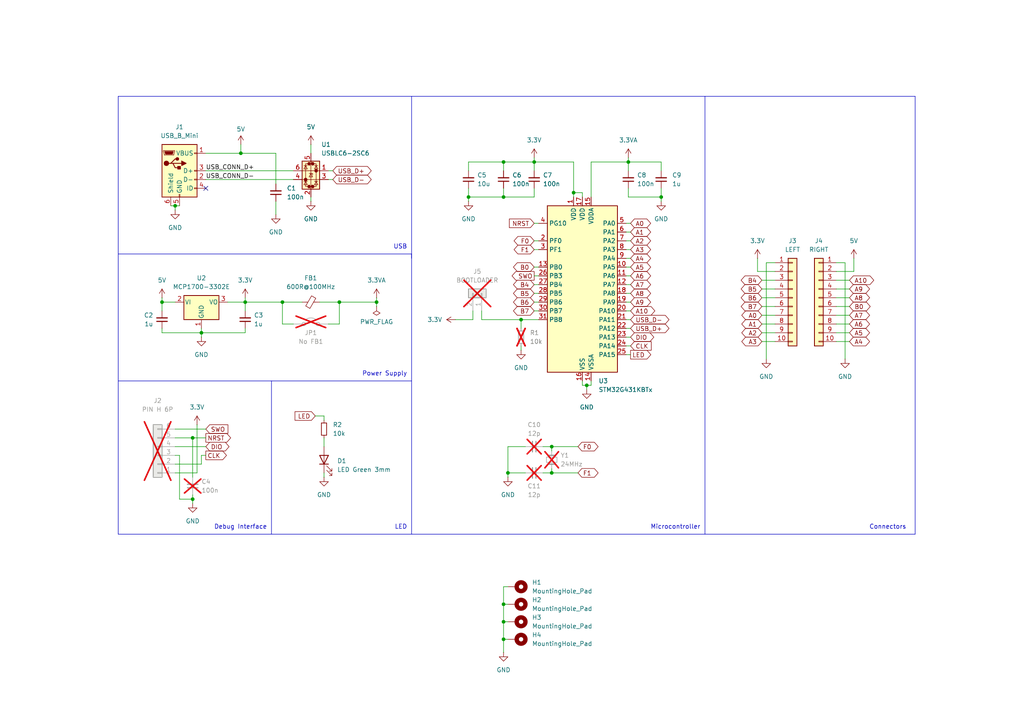
<source format=kicad_sch>
(kicad_sch (version 20250114) (generator "eeschema") (generator_version "9.0")
  (paper "A4")
  (title_block (title "stm32g4-usbd-devboard") (date "2025-04-12") (rev "20250412") (comment 3 "Released under CERN Open Hardware Licence Version 2 - Strongly Reciprocal") (comment 4 "Designed by: Rafael G. Martins"))
  (lib_symbols
    (symbol "Connector:USB_B_Mini" (pin_names (offset 1.016))
      (property "Reference" "J" (at -5.08 11.43 0))
      (property "Value" "USB_B_Mini" (at -5.08 8.89 0))
      (symbol "USB_B_Mini_0_1"
        (rectangle (start -5.08 -7.62) (end 5.08 7.62) (stroke (width 0.254)) (fill (type background)))
        (polyline (pts (xy -4.699 5.842) (xy -4.699 5.588) (xy -4.445 4.826) (xy -4.445 4.572) (xy -1.651 4.572) (xy -1.651 4.826) (xy -1.397 5.588) (xy -1.397 5.842) (xy -4.699 5.842)))
        (polyline (pts (xy -4.318 5.588) (xy -1.778 5.588) (xy -2.032 4.826) (xy -4.064 4.826) (xy -4.318 5.588)) (fill (type outline)))
        (circle (center -3.81 2.159) (radius 0.635) (stroke (width 0.254)) (fill (type outline)))
        (polyline (pts (xy -3.175 2.159) (xy -2.54 2.159) (xy -1.27 3.429) (xy -0.635 3.429)) (stroke (width 0.254)))
        (polyline (pts (xy -2.54 2.159) (xy -1.905 2.159) (xy -1.27 0.889) (xy 0 0.889)) (stroke (width 0.254)))
        (polyline (pts (xy -1.905 2.159) (xy 0.635 2.159)) (stroke (width 0.254)))
        (circle (center -0.635 3.429) (radius 0.381) (stroke (width 0.254)) (fill (type outline)))
        (rectangle (start -0.127 -7.62) (end 0.127 -6.858))
        (rectangle (start 0.254 1.27) (end -0.508 0.508) (stroke (width 0.254)) (fill (type outline)))
        (polyline (pts (xy 0.635 2.794) (xy 0.635 1.524) (xy 1.905 2.159) (xy 0.635 2.794)) (stroke (width 0.254)) (fill (type outline)))
        (rectangle (start 5.08 4.953) (end 4.318 5.207))
        (rectangle (start 5.08 -0.127) (end 4.318 0.127))
        (rectangle (start 5.08 -2.667) (end 4.318 -2.413))
        (rectangle (start 5.08 -5.207) (end 4.318 -4.953))
      )
      (symbol "USB_B_Mini_1_1"
        (pin passive line (at -2.54 -10.16 90) (length 2.54) (name "Shield") (number "6"))
        (pin power_out line (at 0 -10.16 90) (length 2.54) (name "GND") (number "5"))
        (pin power_out line (at 7.62 5.08 180) (length 2.54) (name "VBUS") (number "1"))
        (pin bidirectional line (at 7.62 0 180) (length 2.54) (name "D+") (number "3"))
        (pin bidirectional line (at 7.62 -2.54 180) (length 2.54) (name "D-") (number "2"))
        (pin passive line (at 7.62 -5.08 180) (length 2.54) (name "ID") (number "4"))
      )
    )
    (symbol "Connector_Generic:Conn_01x02" (pin_names (offset 1.016) (hide yes))
      (property "Reference" "J" (at 0 2.54 0))
      (property "Value" "Conn_01x02" (at 0 -5.08 0))
      (symbol "Conn_01x02_1_1"
        (rectangle (start -1.27 1.27) (end 1.27 -3.81) (stroke (width 0.254)) (fill (type background)))
        (rectangle (start -1.27 0.127) (end 0 -0.127) (stroke (width 0.1524)))
        (rectangle (start -1.27 -2.413) (end 0 -2.667) (stroke (width 0.1524)))
        (pin passive line (at -5.08 0 0) (length 3.81) (name "Pin_1") (number "1"))
        (pin passive line (at -5.08 -2.54 0) (length 3.81) (name "Pin_2") (number "2"))
      )
    )
    (symbol "Connector_Generic:Conn_01x06" (pin_names (offset 1.016) (hide yes))
      (property "Reference" "J" (at 0 7.62 0))
      (property "Value" "Conn_01x06" (at 0 -10.16 0))
      (symbol "Conn_01x06_1_1"
        (rectangle (start -1.27 6.35) (end 1.27 -8.89) (stroke (width 0.254)) (fill (type background)))
        (rectangle (start -1.27 5.207) (end 0 4.953) (stroke (width 0.1524)))
        (rectangle (start -1.27 2.667) (end 0 2.413) (stroke (width 0.1524)))
        (rectangle (start -1.27 0.127) (end 0 -0.127) (stroke (width 0.1524)))
        (rectangle (start -1.27 -2.413) (end 0 -2.667) (stroke (width 0.1524)))
        (rectangle (start -1.27 -4.953) (end 0 -5.207) (stroke (width 0.1524)))
        (rectangle (start -1.27 -7.493) (end 0 -7.747) (stroke (width 0.1524)))
        (pin passive line (at -5.08 5.08 0) (length 3.81) (name "Pin_1") (number "1"))
        (pin passive line (at -5.08 2.54 0) (length 3.81) (name "Pin_2") (number "2"))
        (pin passive line (at -5.08 0 0) (length 3.81) (name "Pin_3") (number "3"))
        (pin passive line (at -5.08 -2.54 0) (length 3.81) (name "Pin_4") (number "4"))
        (pin passive line (at -5.08 -5.08 0) (length 3.81) (name "Pin_5") (number "5"))
        (pin passive line (at -5.08 -7.62 0) (length 3.81) (name "Pin_6") (number "6"))
      )
    )
    (symbol "Connector_Generic:Conn_01x10" (pin_names (offset 1.016) (hide yes))
      (property "Reference" "J" (at 0 12.7 0))
      (property "Value" "Conn_01x10" (at 0 -15.24 0))
      (symbol "Conn_01x10_1_1"
        (rectangle (start -1.27 11.43) (end 1.27 -13.97) (stroke (width 0.254)) (fill (type background)))
        (rectangle (start -1.27 10.287) (end 0 10.033) (stroke (width 0.1524)))
        (rectangle (start -1.27 7.747) (end 0 7.493) (stroke (width 0.1524)))
        (rectangle (start -1.27 5.207) (end 0 4.953) (stroke (width 0.1524)))
        (rectangle (start -1.27 2.667) (end 0 2.413) (stroke (width 0.1524)))
        (rectangle (start -1.27 0.127) (end 0 -0.127) (stroke (width 0.1524)))
        (rectangle (start -1.27 -2.413) (end 0 -2.667) (stroke (width 0.1524)))
        (rectangle (start -1.27 -4.953) (end 0 -5.207) (stroke (width 0.1524)))
        (rectangle (start -1.27 -7.493) (end 0 -7.747) (stroke (width 0.1524)))
        (rectangle (start -1.27 -10.033) (end 0 -10.287) (stroke (width 0.1524)))
        (rectangle (start -1.27 -12.573) (end 0 -12.827) (stroke (width 0.1524)))
        (pin passive line (at -5.08 10.16 0) (length 3.81) (name "Pin_1") (number "1"))
        (pin passive line (at -5.08 7.62 0) (length 3.81) (name "Pin_2") (number "2"))
        (pin passive line (at -5.08 5.08 0) (length 3.81) (name "Pin_3") (number "3"))
        (pin passive line (at -5.08 2.54 0) (length 3.81) (name "Pin_4") (number "4"))
        (pin passive line (at -5.08 0 0) (length 3.81) (name "Pin_5") (number "5"))
        (pin passive line (at -5.08 -2.54 0) (length 3.81) (name "Pin_6") (number "6"))
        (pin passive line (at -5.08 -5.08 0) (length 3.81) (name "Pin_7") (number "7"))
        (pin passive line (at -5.08 -7.62 0) (length 3.81) (name "Pin_8") (number "8"))
        (pin passive line (at -5.08 -10.16 0) (length 3.81) (name "Pin_9") (number "9"))
        (pin passive line (at -5.08 -12.7 0) (length 3.81) (name "Pin_10") (number "10"))
      )
    )
    (symbol "Device:C_Small" (pin_numbers (hide yes)) (pin_names (offset 0.254) (hide yes))
      (property "Reference" "C" (at 0.254 1.778 0))
      (property "Value" "C_Small" (at 0.254 -2.032 0))
      (symbol "C_Small_0_1"
        (polyline (pts (xy -1.524 0.508) (xy 1.524 0.508)) (stroke (width 0.3048)))
        (polyline (pts (xy -1.524 -0.508) (xy 1.524 -0.508)) (stroke (width 0.3302)))
      )
      (symbol "C_Small_1_1"
        (pin passive line (at 0 2.54 270) (length 2.032) (name "~") (number "1"))
        (pin passive line (at 0 -2.54 90) (length 2.032) (name "~") (number "2"))
      )
    )
    (symbol "Device:Crystal_Small" (pin_numbers (hide yes)) (pin_names (offset 1.016) (hide yes))
      (property "Reference" "Y" (at 0 2.54 0))
      (property "Value" "Crystal_Small" (at 0 -2.54 0))
      (symbol "Crystal_Small_0_1"
        (polyline (pts (xy -1.27 -0.762) (xy -1.27 0.762)) (stroke (width 0.381)))
        (rectangle (start -0.762 -1.524) (end 0.762 1.524))
        (polyline (pts (xy 1.27 -0.762) (xy 1.27 0.762)) (stroke (width 0.381)))
      )
      (symbol "Crystal_Small_1_1"
        (pin passive line (at -2.54 0 0) (length 1.27) (name "1") (number "1"))
        (pin passive line (at 2.54 0 180) (length 1.27) (name "2") (number "2"))
      )
    )
    (symbol "Device:FerriteBead_Small" (pin_numbers (hide yes)) (pin_names (offset 0))
      (property "Reference" "FB" (at 1.905 1.27 0))
      (property "Value" "FerriteBead_Small" (at 1.905 -1.27 0))
      (symbol "FerriteBead_Small_0_1"
        (polyline (pts (xy -1.8288 0.2794) (xy -1.1176 1.4986) (xy 1.8288 -0.2032) (xy 1.1176 -1.4224) (xy -1.8288 0.2794)))
        (polyline (pts (xy 0 0.889) (xy 0 1.2954)))
        (polyline (pts (xy 0 -1.27) (xy 0 -0.7874)))
      )
      (symbol "FerriteBead_Small_1_1"
        (pin passive line (at 0 2.54 270) (length 1.27) (name "~") (number "1"))
        (pin passive line (at 0 -2.54 90) (length 1.27) (name "~") (number "2"))
      )
    )
    (symbol "Device:LED" (pin_numbers (hide yes)) (pin_names (offset 1.016) (hide yes))
      (property "Reference" "D" (at 0 2.54 0))
      (property "Value" "LED" (at 0 -2.54 0))
      (symbol "LED_0_1"
        (polyline (pts (xy -3.048 -0.762) (xy -4.572 -2.286) (xy -3.81 -2.286) (xy -4.572 -2.286) (xy -4.572 -1.524)))
        (polyline (pts (xy -1.778 -0.762) (xy -3.302 -2.286) (xy -2.54 -2.286) (xy -3.302 -2.286) (xy -3.302 -1.524)))
        (polyline (pts (xy -1.27 0) (xy 1.27 0)))
        (polyline (pts (xy -1.27 -1.27) (xy -1.27 1.27)) (stroke (width 0.254)))
        (polyline (pts (xy 1.27 -1.27) (xy 1.27 1.27) (xy -1.27 0) (xy 1.27 -1.27)) (stroke (width 0.254)))
      )
      (symbol "LED_1_1"
        (pin passive line (at -3.81 0 0) (length 2.54) (name "K") (number "1"))
        (pin passive line (at 3.81 0 180) (length 2.54) (name "A") (number "2"))
      )
    )
    (symbol "Device:R_Small" (pin_numbers (hide yes)) (pin_names (offset 0.254) (hide yes))
      (property "Reference" "R" (at 0 0 90))
      (property "Value" "R_Small" (at 1.778 0 90))
      (symbol "R_Small_0_1"
        (rectangle (start -0.762 1.778) (end 0.762 -1.778) (stroke (width 0.2032)))
      )
      (symbol "R_Small_1_1"
        (pin passive line (at 0 2.54 270) (length 0.762) (name "~") (number "1"))
        (pin passive line (at 0 -2.54 90) (length 0.762) (name "~") (number "2"))
      )
    )
    (symbol "Jumper:Jumper_2_Open" (pin_numbers (hide yes)) (pin_names (offset 0) (hide yes))
      (property "Reference" "JP" (at 0 2.794 0))
      (property "Value" "Jumper_2_Open" (at 0 -2.286 0))
      (symbol "Jumper_2_Open_0_0"
        (circle (center -2.032 0) (radius 0.508))
        (circle (center 2.032 0) (radius 0.508))
      )
      (symbol "Jumper_2_Open_0_1"
        (arc (start -1.524 1.27) (mid 0 1.778) (end 1.524 1.27))
      )
      (symbol "Jumper_2_Open_1_1"
        (pin passive line (at -5.08 0 0) (length 2.54) (name "A") (number "1"))
        (pin passive line (at 5.08 0 180) (length 2.54) (name "B") (number "2"))
      )
    )
    (symbol "MCU_ST_STM32G4:STM32G431KBTx"
      (property "Reference" "U" (at -10.16 26.67 0))
      (property "Value" "STM32G431KBTx" (at 5.08 26.67 0))
      (symbol "STM32G431KBTx_0_1"
        (rectangle (start -10.16 -22.86) (end 10.16 25.4) (stroke (width 0.254)) (fill (type background)))
      )
      (symbol "STM32G431KBTx_1_1"
        (pin bidirectional line (at -12.7 20.32 0) (length 2.54) (name "PG10") (number "4"))
        (pin bidirectional line (at -12.7 15.24 0) (length 2.54) (name "PF0") (number "2"))
        (pin bidirectional line (at -12.7 12.7 0) (length 2.54) (name "PF1") (number "3"))
        (pin bidirectional line (at -12.7 7.62 0) (length 2.54) (name "PB0") (number "13"))
        (pin bidirectional line (at -12.7 5.08 0) (length 2.54) (name "PB3") (number "26"))
        (pin bidirectional line (at -12.7 2.54 0) (length 2.54) (name "PB4") (number "27"))
        (pin bidirectional line (at -12.7 0 0) (length 2.54) (name "PB5") (number "28"))
        (pin bidirectional line (at -12.7 -2.54 0) (length 2.54) (name "PB6") (number "29"))
        (pin bidirectional line (at -12.7 -5.08 0) (length 2.54) (name "PB7") (number "30"))
        (pin bidirectional line (at -12.7 -7.62 0) (length 2.54) (name "PB8") (number "31"))
        (pin power_in line (at -2.54 27.94 270) (length 2.54) (name "VDD") (number "1"))
        (pin power_in line (at 0 27.94 270) (length 2.54) (name "VDD") (number "17"))
        (pin power_in line (at 0 -25.4 90) (length 2.54) (name "VSS") (number "16"))
        (pin passive line (at 0 -25.4 90) (length 2.54) (hide yes) (name "VSS") (number "32"))
        (pin power_in line (at 2.54 27.94 270) (length 2.54) (name "VDDA") (number "15"))
        (pin power_in line (at 2.54 -25.4 90) (length 2.54) (name "VSSA") (number "14"))
        (pin bidirectional line (at 12.7 20.32 180) (length 2.54) (name "PA0") (number "5"))
        (pin bidirectional line (at 12.7 17.78 180) (length 2.54) (name "PA1") (number "6"))
        (pin bidirectional line (at 12.7 15.24 180) (length 2.54) (name "PA2") (number "7"))
        (pin bidirectional line (at 12.7 12.7 180) (length 2.54) (name "PA3") (number "8"))
        (pin bidirectional line (at 12.7 10.16 180) (length 2.54) (name "PA4") (number "9"))
        (pin bidirectional line (at 12.7 7.62 180) (length 2.54) (name "PA5") (number "10"))
        (pin bidirectional line (at 12.7 5.08 180) (length 2.54) (name "PA6") (number "11"))
        (pin bidirectional line (at 12.7 2.54 180) (length 2.54) (name "PA7") (number "12"))
        (pin bidirectional line (at 12.7 0 180) (length 2.54) (name "PA8") (number "18"))
        (pin bidirectional line (at 12.7 -2.54 180) (length 2.54) (name "PA9") (number "19"))
        (pin bidirectional line (at 12.7 -5.08 180) (length 2.54) (name "PA10") (number "20"))
        (pin bidirectional line (at 12.7 -7.62 180) (length 2.54) (name "PA11") (number "21"))
        (pin bidirectional line (at 12.7 -10.16 180) (length 2.54) (name "PA12") (number "22"))
        (pin bidirectional line (at 12.7 -12.7 180) (length 2.54) (name "PA13") (number "23"))
        (pin bidirectional line (at 12.7 -15.24 180) (length 2.54) (name "PA14") (number "24"))
        (pin bidirectional line (at 12.7 -17.78 180) (length 2.54) (name "PA15") (number "25"))
      )
    )
    (symbol "Mechanical:MountingHole_Pad" (pin_numbers (hide yes)) (pin_names (offset 1.016) (hide yes)) (in_bom no)
      (property "Reference" "H" (at 0 6.35 0))
      (property "Value" "MountingHole_Pad" (at 0 4.445 0))
      (symbol "MountingHole_Pad_0_1"
        (circle (center 0 1.27) (radius 1.27) (stroke (width 1.27)))
      )
      (symbol "MountingHole_Pad_1_1"
        (pin input line (at 0 -2.54 90) (length 2.54) (name "1") (number "1"))
      )
    )
    (symbol "Power_Protection:USBLC6-2SC6" (pin_names (hide yes))
      (property "Reference" "U" (at 0.635 5.715 0))
      (property "Value" "USBLC6-2SC6" (at 0.635 3.81 0))
      (symbol "USBLC6-2SC6_0_0"
        (circle (center -1.524 0) (radius 0.0001) (stroke (width 0.508)))
        (circle (center -0.508 2.032) (radius 0.0001) (stroke (width 0.508)))
        (circle (center -0.508 -4.572) (radius 0.0001) (stroke (width 0.508)))
        (circle (center 0.508 2.032) (radius 0.0001) (stroke (width 0.508)))
        (circle (center 0.508 -4.572) (radius 0.0001) (stroke (width 0.508)))
        (circle (center 1.524 -2.54) (radius 0.0001) (stroke (width 0.508)))
      )
      (symbol "USBLC6-2SC6_0_1"
        (polyline (pts (xy -2.54 0) (xy 2.54 0)))
        (polyline (pts (xy -2.54 -2.54) (xy 2.54 -2.54)))
        (polyline (pts (xy -2.032 0.508) (xy -1.016 0.508) (xy -1.524 1.524) (xy -2.032 0.508)))
        (polyline (pts (xy -2.032 -3.048) (xy -1.016 -3.048)))
        (polyline (pts (xy -1.016 1.524) (xy -2.032 1.524)))
        (polyline (pts (xy -1.016 -4.064) (xy -2.032 -4.064) (xy -1.524 -3.048) (xy -1.016 -4.064)))
        (polyline (pts (xy -0.508 -1.143) (xy -0.508 -0.762) (xy 0.508 -0.762)))
        (polyline (pts (xy 0 2.54) (xy -0.508 2.032) (xy 0.508 2.032) (xy 0 1.524) (xy 0 -4.064) (xy -0.508 -4.572) (xy 0.508 -4.572) (xy 0 -5.08)))
        (polyline (pts (xy 0.508 -1.778) (xy -0.508 -1.778) (xy 0 -0.762) (xy 0.508 -1.778)))
        (polyline (pts (xy 1.016 1.524) (xy 2.032 1.524)))
        (polyline (pts (xy 1.016 -3.048) (xy 2.032 -3.048)))
        (polyline (pts (xy 2.032 0.508) (xy 1.016 0.508) (xy 1.524 1.524) (xy 2.032 0.508)))
        (polyline (pts (xy 2.032 -4.064) (xy 1.016 -4.064) (xy 1.524 -3.048) (xy 2.032 -4.064)))
      )
      (symbol "USBLC6-2SC6_1_1"
        (rectangle (start -2.54 2.794) (end 2.54 -5.334) (stroke (width 0.254)) (fill (type background)))
        (polyline (pts (xy -0.508 2.032) (xy -1.524 2.032) (xy -1.524 -4.572) (xy -0.508 -4.572)))
        (polyline (pts (xy 0.508 -4.572) (xy 1.524 -4.572) (xy 1.524 2.032) (xy 0.508 2.032)))
        (pin passive line (at -5.08 0 0) (length 2.54) (name "I/O1") (number "1"))
        (pin passive line (at -5.08 -2.54 0) (length 2.54) (name "I/O2") (number "3"))
        (pin passive line (at 0 5.08 270) (length 2.54) (name "VBUS") (number "5"))
        (pin passive line (at 0 -7.62 90) (length 2.54) (name "GND") (number "2"))
        (pin passive line (at 5.08 0 180) (length 2.54) (name "I/O1") (number "6"))
        (pin passive line (at 5.08 -2.54 180) (length 2.54) (name "I/O2") (number "4"))
      )
    )
    (symbol "Regulator_Linear:MCP1700x-330xxTO" (pin_names (offset 0.254))
      (property "Reference" "U" (at -3.81 -3.175 0))
      (property "Value" "MCP1700x-330xxTO" (at 0 -3.175 0))
      (symbol "MCP1700x-330xxTO_0_1"
        (rectangle (start -5.08 5.08) (end 5.08 -1.905) (stroke (width 0.254)) (fill (type background)))
      )
      (symbol "MCP1700x-330xxTO_1_1"
        (pin power_in line (at -7.62 0 0) (length 2.54) (name "VI") (number "2"))
        (pin power_in line (at 0 7.62 270) (length 2.54) (name "GND") (number "1"))
        (pin power_out line (at 7.62 0 180) (length 2.54) (name "VO") (number "3"))
      )
    )
    (symbol "power:+3.3V" (power) (pin_numbers (hide yes)) (pin_names (offset 0) (hide yes))
      (property "Value" "+3.3V" (at 0 3.556 0))
      (symbol "+3.3V_0_1"
        (polyline (pts (xy -0.762 1.27) (xy 0 2.54)))
        (polyline (pts (xy 0 2.54) (xy 0.762 1.27)))
        (polyline (pts (xy 0 0) (xy 0 2.54)))
      )
      (symbol "+3.3V_1_1"
        (pin power_in line (at 0 0 90) (length 0) (name "~") (number "1"))
      )
    )
    (symbol "power:+3.3VA" (power) (pin_numbers (hide yes)) (pin_names (offset 0) (hide yes))
      (property "Value" "+3.3VA" (at 0 3.556 0))
      (symbol "+3.3VA_0_1"
        (polyline (pts (xy -0.762 1.27) (xy 0 2.54)))
        (polyline (pts (xy 0 2.54) (xy 0.762 1.27)))
        (polyline (pts (xy 0 0) (xy 0 2.54)))
      )
      (symbol "+3.3VA_1_1"
        (pin power_in line (at 0 0 90) (length 0) (name "~") (number "1"))
      )
    )
    (symbol "power:+5V" (power) (pin_numbers (hide yes)) (pin_names (offset 0) (hide yes))
      (property "Value" "+5V" (at 0 3.556 0))
      (symbol "+5V_0_1"
        (polyline (pts (xy -0.762 1.27) (xy 0 2.54)))
        (polyline (pts (xy 0 2.54) (xy 0.762 1.27)))
        (polyline (pts (xy 0 0) (xy 0 2.54)))
      )
      (symbol "+5V_1_1"
        (pin power_in line (at 0 0 90) (length 0) (name "~") (number "1"))
      )
    )
    (symbol "power:GND" (power) (pin_numbers (hide yes)) (pin_names (offset 0) (hide yes))
      (property "Value" "GND" (at 0 -3.81 0))
      (symbol "GND_0_1"
        (polyline (pts (xy 0 0) (xy 0 -1.27) (xy 1.27 -1.27) (xy 0 -2.54) (xy -1.27 -1.27) (xy 0 -1.27)))
      )
      (symbol "GND_1_1"
        (pin power_in line (at 0 0 270) (length 0) (name "~") (number "1"))
      )
    )
    (symbol "power:PWR_FLAG" (power) (pin_numbers (hide yes)) (pin_names (offset 0) (hide yes))
      (property "Value" "PWR_FLAG" (at 0 3.81 0))
      (symbol "PWR_FLAG_0_0"
        (pin power_out line (at 0 0 90) (length 0) (name "~") (number "1"))
      )
      (symbol "PWR_FLAG_0_1"
        (polyline (pts (xy 0 0) (xy 0 1.27) (xy -1.016 1.905) (xy 0 2.54) (xy 1.016 1.905) (xy 0 1.27)))
      )
    )
  )
  (text "Debug Interface" (at 77.47 153.67 0) (effects (font (size 1.27 1.27)) (justify right bottom)))
  (text "LED" (at 118.11 153.67 0) (effects (font (size 1.27 1.27)) (justify right bottom)))
  (text "Microcontroller" (at 203.2 153.67 0) (effects (font (size 1.27 1.27)) (justify right bottom)))
  (text "Connectors" (at 262.89 153.67 0) (effects (font (size 1.27 1.27)) (justify right bottom)))
  (text "Power Supply" (at 118.11 109.22 0) (effects (font (size 1.27 1.27)) (justify right bottom)))
  (text "USB" (at 118.11 72.39 0) (effects (font (size 1.27 1.27)) (justify right bottom)))
  (junction (at 55.88 144.78))
  (junction (at 160.02 129.54))
  (junction (at 146.05 180.34))
  (junction (at 160.02 137.16))
  (junction (at 146.05 185.42))
  (junction (at 154.94 46.99))
  (junction (at 81.915 87.63))
  (junction (at 146.05 57.15))
  (junction (at 135.89 57.15))
  (junction (at 182.245 46.99))
  (junction (at 166.37 55.88))
  (junction (at 170.18 111.76))
  (junction (at 191.77 57.15))
  (junction (at 50.8 59.69))
  (junction (at 69.85 44.45))
  (junction (at 58.42 96.52))
  (junction (at 146.05 46.99))
  (junction (at 147.32 137.16))
  (junction (at 71.12 87.63))
  (junction (at 46.99 87.63))
  (junction (at 109.22 87.63))
  (junction (at 146.05 175.26))
  (junction (at 55.88 127))
  (junction (at 98.425 87.63))
  (junction (at 151.13 92.71))
  (no_connect (at 59.69 54.61))
  (wire (pts (xy 139.7 92.71) (xy 151.13 92.71)))
  (wire (pts (xy 219.71 74.93) (xy 219.71 78.74)))
  (wire (pts (xy 181.61 85.09) (xy 182.88 85.09)))
  (wire (pts (xy 85.09 93.98) (xy 81.915 93.98)))
  (wire (pts (xy 58.42 134.62) (xy 58.42 132.08)))
  (wire (pts (xy 58.42 132.08) (xy 59.69 132.08)))
  (wire (pts (xy 220.98 88.9) (xy 224.79 88.9)))
  (wire (pts (xy 147.32 137.16) (xy 147.32 129.54)))
  (wire (pts (xy 181.61 82.55) (xy 182.88 82.55)))
  (wire (pts (xy 146.05 175.26) (xy 147.32 175.26)))
  (wire (pts (xy 170.18 111.76) (xy 171.45 111.76)))
  (wire (pts (xy 242.57 99.06) (xy 246.38 99.06)))
  (wire (pts (xy 50.8 137.16) (xy 57.15 137.16)))
  (wire (pts (xy 59.69 44.45) (xy 69.85 44.45)))
  (wire (pts (xy 171.45 57.15) (xy 171.45 46.99)))
  (wire (pts (xy 157.48 137.16) (xy 160.02 137.16)))
  (wire (pts (xy 146.05 46.99) (xy 154.94 46.99)))
  (wire (pts (xy 146.05 185.42) (xy 146.05 189.23)))
  (wire (pts (xy 154.94 72.39) (xy 156.21 72.39)))
  (wire (pts (xy 182.245 54.61) (xy 182.245 57.15)))
  (wire (pts (xy 81.915 87.63) (xy 87.63 87.63)))
  (wire (pts (xy 245.11 76.2) (xy 245.11 104.14)))
  (wire (pts (xy 46.99 87.63) (xy 50.8 87.63)))
  (wire (pts (xy 181.61 95.25) (xy 182.88 95.25)))
  (wire (pts (xy 146.05 185.42) (xy 147.32 185.42)))
  (wire (pts (xy 151.13 100.33) (xy 151.13 101.6)))
  (wire (pts (xy 219.71 78.74) (xy 224.79 78.74)))
  (polyline (pts (xy 34.29 27.94) (xy 34.29 154.94)))
  (wire (pts (xy 154.94 69.85) (xy 156.21 69.85)))
  (wire (pts (xy 93.98 137.16) (xy 93.98 138.43)))
  (polyline (pts (xy 34.29 110.49) (xy 119.38 110.49)))
  (wire (pts (xy 69.85 44.45) (xy 80.01 44.45)))
  (wire (pts (xy 92.71 87.63) (xy 98.425 87.63)))
  (wire (pts (xy 71.12 87.63) (xy 71.12 90.17)))
  (wire (pts (xy 160.02 137.16) (xy 167.64 137.16)))
  (wire (pts (xy 55.88 127) (xy 59.69 127)))
  (wire (pts (xy 242.57 86.36) (xy 246.38 86.36)))
  (wire (pts (xy 55.88 144.78) (xy 55.88 143.51)))
  (wire (pts (xy 109.22 87.63) (xy 109.22 88.9)))
  (wire (pts (xy 98.425 93.98) (xy 98.425 87.63)))
  (wire (pts (xy 147.32 170.18) (xy 146.05 170.18)))
  (wire (pts (xy 191.77 49.53) (xy 191.77 46.99)))
  (wire (pts (xy 46.99 86.36) (xy 46.99 87.63)))
  (wire (pts (xy 222.25 76.2) (xy 222.25 104.14)))
  (wire (pts (xy 139.7 90.17) (xy 139.7 92.71)))
  (wire (pts (xy 147.32 137.16) (xy 152.4 137.16)))
  (wire (pts (xy 154.94 82.55) (xy 156.21 82.55)))
  (wire (pts (xy 58.42 96.52) (xy 58.42 97.79)))
  (wire (pts (xy 109.22 87.63) (xy 109.22 86.36)))
  (polyline (pts (xy 204.47 27.94) (xy 265.43 27.94)))
  (wire (pts (xy 154.94 46.99) (xy 154.94 49.53)))
  (wire (pts (xy 182.245 46.99) (xy 191.77 46.99)))
  (wire (pts (xy 90.17 57.15) (xy 90.17 58.42)))
  (wire (pts (xy 135.89 58.42) (xy 135.89 57.15)))
  (wire (pts (xy 171.45 111.76) (xy 171.45 110.49)))
  (wire (pts (xy 157.48 129.54) (xy 160.02 129.54)))
  (wire (pts (xy 154.94 54.61) (xy 154.94 57.15)))
  (wire (pts (xy 182.245 46.99) (xy 182.245 49.53)))
  (wire (pts (xy 95.25 49.53) (xy 96.52 49.53)))
  (wire (pts (xy 95.25 93.98) (xy 98.425 93.98)))
  (wire (pts (xy 146.05 175.26) (xy 146.05 180.34)))
  (wire (pts (xy 160.02 129.54) (xy 160.02 130.81)))
  (wire (pts (xy 181.61 77.47) (xy 182.88 77.47)))
  (wire (pts (xy 93.98 120.65) (xy 93.98 121.92)))
  (wire (pts (xy 182.245 45.72) (xy 182.245 46.99)))
  (wire (pts (xy 71.12 86.36) (xy 71.12 87.63)))
  (wire (pts (xy 55.88 138.43) (xy 55.88 127)))
  (polyline (pts (xy 265.43 154.94) (xy 204.47 154.94)))
  (wire (pts (xy 220.98 86.36) (xy 224.79 86.36)))
  (wire (pts (xy 168.91 55.88) (xy 168.91 57.15)))
  (wire (pts (xy 220.98 81.28) (xy 224.79 81.28)))
  (wire (pts (xy 50.8 124.46) (xy 59.69 124.46)))
  (polyline (pts (xy 204.47 27.94) (xy 204.47 154.94)))
  (wire (pts (xy 95.25 52.07) (xy 96.52 52.07)))
  (wire (pts (xy 181.61 87.63) (xy 182.88 87.63)))
  (wire (pts (xy 80.01 58.42) (xy 80.01 62.23)))
  (wire (pts (xy 160.02 129.54) (xy 167.64 129.54)))
  (wire (pts (xy 154.94 87.63) (xy 156.21 87.63)))
  (wire (pts (xy 181.61 80.01) (xy 182.88 80.01)))
  (wire (pts (xy 50.8 59.69) (xy 50.8 60.96)))
  (wire (pts (xy 52.07 144.78) (xy 55.88 144.78)))
  (wire (pts (xy 93.98 127) (xy 93.98 129.54)))
  (wire (pts (xy 181.61 100.33) (xy 182.88 100.33)))
  (wire (pts (xy 135.89 57.15) (xy 146.05 57.15)))
  (wire (pts (xy 182.245 57.15) (xy 191.77 57.15)))
  (wire (pts (xy 132.08 92.71) (xy 137.16 92.71)))
  (wire (pts (xy 81.915 93.98) (xy 81.915 87.63)))
  (wire (pts (xy 59.69 52.07) (xy 85.09 52.07)))
  (wire (pts (xy 146.05 180.34) (xy 146.05 185.42)))
  (wire (pts (xy 58.42 95.25) (xy 58.42 96.52)))
  (wire (pts (xy 137.16 92.71) (xy 137.16 90.17)))
  (wire (pts (xy 242.57 93.98) (xy 246.38 93.98)))
  (wire (pts (xy 181.61 97.79) (xy 182.88 97.79)))
  (wire (pts (xy 242.57 96.52) (xy 246.38 96.52)))
  (wire (pts (xy 220.98 96.52) (xy 224.79 96.52)))
  (wire (pts (xy 146.05 57.15) (xy 154.94 57.15)))
  (wire (pts (xy 222.25 76.2) (xy 224.79 76.2)))
  (wire (pts (xy 247.65 74.93) (xy 247.65 78.74)))
  (polyline (pts (xy 265.43 27.94) (xy 265.43 154.94)))
  (wire (pts (xy 168.91 111.76) (xy 170.18 111.76)))
  (wire (pts (xy 220.98 99.06) (xy 224.79 99.06)))
  (wire (pts (xy 55.88 144.78) (xy 55.88 146.05)))
  (wire (pts (xy 170.18 111.76) (xy 170.18 113.03)))
  (wire (pts (xy 154.94 85.09) (xy 156.21 85.09)))
  (wire (pts (xy 80.01 44.45) (xy 80.01 53.34)))
  (wire (pts (xy 154.94 77.47) (xy 156.21 77.47)))
  (wire (pts (xy 151.13 92.71) (xy 151.13 95.25)))
  (wire (pts (xy 242.57 78.74) (xy 247.65 78.74)))
  (wire (pts (xy 160.02 135.89) (xy 160.02 137.16)))
  (wire (pts (xy 191.77 54.61) (xy 191.77 57.15)))
  (wire (pts (xy 55.88 127) (xy 50.8 127)))
  (wire (pts (xy 135.89 46.99) (xy 146.05 46.99)))
  (wire (pts (xy 181.61 92.71) (xy 182.88 92.71)))
  (wire (pts (xy 242.57 91.44) (xy 246.38 91.44)))
  (wire (pts (xy 154.94 45.72) (xy 154.94 46.99)))
  (wire (pts (xy 146.05 180.34) (xy 147.32 180.34)))
  (wire (pts (xy 135.89 46.99) (xy 135.89 49.53)))
  (wire (pts (xy 166.37 57.15) (xy 166.37 55.88)))
  (wire (pts (xy 166.37 46.99) (xy 166.37 55.88)))
  (wire (pts (xy 52.07 132.08) (xy 52.07 144.78)))
  (polyline (pts (xy 204.47 154.94) (xy 34.29 154.94)))
  (wire (pts (xy 154.94 46.99) (xy 166.37 46.99)))
  (wire (pts (xy 154.94 90.17) (xy 156.21 90.17)))
  (wire (pts (xy 220.98 83.82) (xy 224.79 83.82)))
  (wire (pts (xy 181.61 74.93) (xy 182.88 74.93)))
  (wire (pts (xy 59.69 49.53) (xy 85.09 49.53)))
  (wire (pts (xy 146.05 170.18) (xy 146.05 175.26)))
  (wire (pts (xy 71.12 87.63) (xy 81.915 87.63)))
  (wire (pts (xy 50.8 134.62) (xy 58.42 134.62)))
  (wire (pts (xy 135.89 54.61) (xy 135.89 57.15)))
  (wire (pts (xy 146.05 54.61) (xy 146.05 57.15)))
  (wire (pts (xy 58.42 96.52) (xy 71.12 96.52)))
  (wire (pts (xy 50.8 129.54) (xy 59.69 129.54)))
  (wire (pts (xy 191.77 57.15) (xy 191.77 58.42)))
  (wire (pts (xy 46.99 95.25) (xy 46.99 96.52)))
  (wire (pts (xy 242.57 83.82) (xy 246.38 83.82)))
  (wire (pts (xy 49.53 59.69) (xy 50.8 59.69)))
  (wire (pts (xy 181.61 72.39) (xy 182.88 72.39)))
  (wire (pts (xy 220.98 93.98) (xy 224.79 93.98)))
  (wire (pts (xy 242.57 81.28) (xy 246.38 81.28)))
  (wire (pts (xy 147.32 138.43) (xy 147.32 137.16)))
  (wire (pts (xy 156.21 92.71) (xy 151.13 92.71)))
  (polyline (pts (xy 34.29 27.94) (xy 204.47 27.94)))
  (wire (pts (xy 91.44 120.65) (xy 93.98 120.65)))
  (wire (pts (xy 50.8 59.69) (xy 52.07 59.69)))
  (wire (pts (xy 220.98 91.44) (xy 224.79 91.44)))
  (wire (pts (xy 50.8 132.08) (xy 52.07 132.08)))
  (wire (pts (xy 168.91 110.49) (xy 168.91 111.76)))
  (polyline (pts (xy 119.38 73.66) (xy 119.38 74.93)))
  (polyline (pts (xy 78.74 110.49) (xy 78.74 154.94)))
  (wire (pts (xy 181.61 102.87) (xy 182.88 102.87)))
  (wire (pts (xy 181.61 64.77) (xy 182.88 64.77)))
  (wire (pts (xy 57.15 123.19) (xy 57.15 137.16)))
  (wire (pts (xy 245.11 76.2) (xy 242.57 76.2)))
  (wire (pts (xy 46.99 96.52) (xy 58.42 96.52)))
  (wire (pts (xy 242.57 88.9) (xy 246.38 88.9)))
  (wire (pts (xy 166.37 55.88) (xy 168.91 55.88)))
  (wire (pts (xy 154.94 80.01) (xy 156.21 80.01)))
  (wire (pts (xy 66.04 87.63) (xy 71.12 87.63)))
  (wire (pts (xy 181.61 90.17) (xy 182.88 90.17)))
  (polyline (pts (xy 119.38 27.94) (xy 119.38 154.94)))
  (wire (pts (xy 171.45 46.99) (xy 182.245 46.99)))
  (wire (pts (xy 147.32 129.54) (xy 152.4 129.54)))
  (wire (pts (xy 69.85 41.91) (xy 69.85 44.45)))
  (wire (pts (xy 90.17 41.91) (xy 90.17 44.45)))
  (polyline (pts (xy 34.29 73.66) (xy 119.38 73.66)))
  (wire (pts (xy 181.61 67.31) (xy 182.88 67.31)))
  (wire (pts (xy 46.99 87.63) (xy 46.99 90.17)))
  (wire (pts (xy 181.61 69.85) (xy 182.88 69.85)))
  (wire (pts (xy 154.94 64.77) (xy 156.21 64.77)))
  (wire (pts (xy 98.425 87.63) (xy 109.22 87.63)))
  (wire (pts (xy 146.05 46.99) (xy 146.05 49.53)))
  (wire (pts (xy 71.12 95.25) (xy 71.12 96.52)))
  (label "USB_CONN_D-" (at 59.69 52.07 0))
  (label "USB_CONN_D+" (at 59.69 49.53 0))
  (global_label "CLK" (shape input) (at 182.88 100.33 0) (property "Intersheetrefs" "${INTERSHEET_REFS}" (effects (hide yes))))
  (global_label "F1" (shape bidirectional) (at 154.94 72.39 180) (property "Intersheetrefs" "${INTERSHEET_REFS}" (effects (hide yes))))
  (global_label "USB_D-" (shape bidirectional) (at 96.52 52.07 0) (property "Intersheetrefs" "${INTERSHEET_REFS}" (effects (hide yes))))
  (global_label "B4" (shape bidirectional) (at 220.98 81.28 180) (property "Intersheetrefs" "${INTERSHEET_REFS}" (effects (hide yes))))
  (global_label "A2" (shape bidirectional) (at 220.98 96.52 180) (property "Intersheetrefs" "${INTERSHEET_REFS}" (effects (hide yes))))
  (global_label "B7" (shape bidirectional) (at 154.94 90.17 180) (property "Intersheetrefs" "${INTERSHEET_REFS}" (effects (hide yes))))
  (global_label "A1" (shape bidirectional) (at 220.98 93.98 180) (property "Intersheetrefs" "${INTERSHEET_REFS}" (effects (hide yes))))
  (global_label "USB_D-" (shape bidirectional) (at 182.88 92.71 0) (property "Intersheetrefs" "${INTERSHEET_REFS}" (effects (hide yes))))
  (global_label "A8" (shape bidirectional) (at 246.38 86.36 0) (property "Intersheetrefs" "${INTERSHEET_REFS}" (effects (hide yes))))
  (global_label "DIO" (shape bidirectional) (at 59.69 129.54 0) (property "Intersheetrefs" "${INTERSHEET_REFS}" (effects (hide yes))))
  (global_label "NRST" (shape output) (at 59.69 127 0) (property "Intersheetrefs" "${INTERSHEET_REFS}" (effects (hide yes))))
  (global_label "F1" (shape bidirectional) (at 167.64 137.16 0) (property "Intersheetrefs" "${INTERSHEET_REFS}" (effects (hide yes))))
  (global_label "LED" (shape output) (at 182.88 102.87 0) (property "Intersheetrefs" "${INTERSHEET_REFS}" (effects (hide yes))))
  (global_label "SWO" (shape input) (at 59.69 124.46 0) (property "Intersheetrefs" "${INTERSHEET_REFS}" (effects (hide yes))))
  (global_label "A0" (shape bidirectional) (at 220.98 91.44 180) (property "Intersheetrefs" "${INTERSHEET_REFS}" (effects (hide yes))))
  (global_label "A2" (shape bidirectional) (at 182.88 69.85 0) (property "Intersheetrefs" "${INTERSHEET_REFS}" (effects (hide yes))))
  (global_label "B6" (shape bidirectional) (at 154.94 87.63 180) (property "Intersheetrefs" "${INTERSHEET_REFS}" (effects (hide yes))))
  (global_label "SWO" (shape output) (at 154.94 80.01 180) (property "Intersheetrefs" "${INTERSHEET_REFS}" (effects (hide yes))))
  (global_label "DIO" (shape bidirectional) (at 182.88 97.79 0) (property "Intersheetrefs" "${INTERSHEET_REFS}" (effects (hide yes))))
  (global_label "B0" (shape bidirectional) (at 154.94 77.47 180) (property "Intersheetrefs" "${INTERSHEET_REFS}" (effects (hide yes))))
  (global_label "B0" (shape bidirectional) (at 246.38 88.9 0) (property "Intersheetrefs" "${INTERSHEET_REFS}" (effects (hide yes))))
  (global_label "A9" (shape bidirectional) (at 182.88 87.63 0) (property "Intersheetrefs" "${INTERSHEET_REFS}" (effects (hide yes))))
  (global_label "A1" (shape bidirectional) (at 182.88 67.31 0) (property "Intersheetrefs" "${INTERSHEET_REFS}" (effects (hide yes))))
  (global_label "A7" (shape bidirectional) (at 182.88 82.55 0) (property "Intersheetrefs" "${INTERSHEET_REFS}" (effects (hide yes))))
  (global_label "USB_D+" (shape bidirectional) (at 182.88 95.25 0) (property "Intersheetrefs" "${INTERSHEET_REFS}" (effects (hide yes))))
  (global_label "A8" (shape bidirectional) (at 182.88 85.09 0) (property "Intersheetrefs" "${INTERSHEET_REFS}" (effects (hide yes))))
  (global_label "A9" (shape bidirectional) (at 246.38 83.82 0) (property "Intersheetrefs" "${INTERSHEET_REFS}" (effects (hide yes))))
  (global_label "A3" (shape bidirectional) (at 220.98 99.06 180) (property "Intersheetrefs" "${INTERSHEET_REFS}" (effects (hide yes))))
  (global_label "A6" (shape bidirectional) (at 246.38 93.98 0) (property "Intersheetrefs" "${INTERSHEET_REFS}" (effects (hide yes))))
  (global_label "A4" (shape bidirectional) (at 182.88 74.93 0) (property "Intersheetrefs" "${INTERSHEET_REFS}" (effects (hide yes))))
  (global_label "NRST" (shape input) (at 154.94 64.77 180) (property "Intersheetrefs" "${INTERSHEET_REFS}" (effects (hide yes))))
  (global_label "B4" (shape bidirectional) (at 154.94 82.55 180) (property "Intersheetrefs" "${INTERSHEET_REFS}" (effects (hide yes))))
  (global_label "F0" (shape bidirectional) (at 167.64 129.54 0) (property "Intersheetrefs" "${INTERSHEET_REFS}" (effects (hide yes))))
  (global_label "B5" (shape bidirectional) (at 154.94 85.09 180) (property "Intersheetrefs" "${INTERSHEET_REFS}" (effects (hide yes))))
  (global_label "A3" (shape bidirectional) (at 182.88 72.39 0) (property "Intersheetrefs" "${INTERSHEET_REFS}" (effects (hide yes))))
  (global_label "A6" (shape bidirectional) (at 182.88 80.01 0) (property "Intersheetrefs" "${INTERSHEET_REFS}" (effects (hide yes))))
  (global_label "USB_D+" (shape bidirectional) (at 96.52 49.53 0) (property "Intersheetrefs" "${INTERSHEET_REFS}" (effects (hide yes))))
  (global_label "A5" (shape bidirectional) (at 246.38 96.52 0) (property "Intersheetrefs" "${INTERSHEET_REFS}" (effects (hide yes))))
  (global_label "F0" (shape bidirectional) (at 154.94 69.85 180) (property "Intersheetrefs" "${INTERSHEET_REFS}" (effects (hide yes))))
  (global_label "A4" (shape bidirectional) (at 246.38 99.06 0) (property "Intersheetrefs" "${INTERSHEET_REFS}" (effects (hide yes))))
  (global_label "A10" (shape bidirectional) (at 246.38 81.28 0) (property "Intersheetrefs" "${INTERSHEET_REFS}" (effects (hide yes))))
  (global_label "B5" (shape bidirectional) (at 220.98 83.82 180) (property "Intersheetrefs" "${INTERSHEET_REFS}" (effects (hide yes))))
  (global_label "CLK" (shape output) (at 59.69 132.08 0) (property "Intersheetrefs" "${INTERSHEET_REFS}" (effects (hide yes))))
  (global_label "B6" (shape bidirectional) (at 220.98 86.36 180) (property "Intersheetrefs" "${INTERSHEET_REFS}" (effects (hide yes))))
  (global_label "A5" (shape bidirectional) (at 182.88 77.47 0) (property "Intersheetrefs" "${INTERSHEET_REFS}" (effects (hide yes))))
  (global_label "A7" (shape bidirectional) (at 246.38 91.44 0) (property "Intersheetrefs" "${INTERSHEET_REFS}" (effects (hide yes))))
  (global_label "A0" (shape bidirectional) (at 182.88 64.77 0) (property "Intersheetrefs" "${INTERSHEET_REFS}" (effects (hide yes))))
  (global_label "B7" (shape bidirectional) (at 220.98 88.9 180) (property "Intersheetrefs" "${INTERSHEET_REFS}" (effects (hide yes))))
  (global_label "A10" (shape bidirectional) (at 182.88 90.17 0) (property "Intersheetrefs" "${INTERSHEET_REFS}" (effects (hide yes))))
  (global_label "LED" (shape input) (at 91.44 120.65 180) (property "Intersheetrefs" "${INTERSHEET_REFS}" (effects (hide yes))))
  (symbol (lib_id "Connector:USB_B_Mini") (at 52.07 49.53 0) (unit 1)
    (property "Reference" "J1" (at 52.07 36.83 0))
    (property "Value" "USB_B_Mini" (at 52.07 39.37 0))
    (property "Footprint" "custom:USB_Mini-B_PTH" (effects (hide yes)))
    (property "Description" "USB Mini Type B connector" (effects (hide yes)))
    (property "MPN" "GMSB0522132EU" (effects (hide yes)))
  )
  (symbol (lib_id "power:GND") (at 50.8 60.96 0) (unit 1)
    (property "Reference" "#PWR01" (effects (hide yes)))
    (property "Value" "GND" (at 50.8 66.04 0))
    (property "Description" "Power symbol creates a global label with name \"GND\" , ground" (effects (hide yes)))
  )
  (symbol (lib_id "power:GND") (at 80.01 62.23 0) (unit 1)
    (property "Reference" "#PWR07" (effects (hide yes)))
    (property "Value" "GND" (at 80.01 67.31 0))
    (property "Description" "Power symbol creates a global label with name \"GND\" , ground" (effects (hide yes)))
  )
  (symbol (lib_id "Connector_Generic:Conn_01x10") (at 237.49 86.36 0) (mirror y) (unit 1)
    (property "Reference" "J4" (at 237.49 69.85 0))
    (property "Value" "RIGHT" (at 237.49 72.39 0))
    (property "Footprint" "custom:PinHeader_DevBoard_Right_Connector_1x10_P2.54mm_Vertical" (effects (hide yes)))
    (property "Description" "Generic connector, single row, 01x10, script generated (kicad-library-utils/schlib/autogen/connector/)" (effects (hide yes)))
  )
  (symbol (lib_id "power:+3.3VA") (at 109.22 86.36 0) (unit 1)
    (property "Reference" "#PWR023" (effects (hide yes)))
    (property "Value" "3.3VA" (at 109.22 81.28 0))
    (property "Description" "Power symbol creates a global label with name \"+3.3VA\"" (effects (hide yes)))
  )
  (symbol (lib_id "Mechanical:MountingHole_Pad") (at 149.86 170.18 270) (unit 1)
    (property "Reference" "H1" (at 154.305 168.9099 90) (effects (justify left)))
    (property "Value" "MountingHole_Pad" (at 154.305 171.4499 90) (effects (justify left)))
    (property "Footprint" "MountingHole:MountingHole_2.2mm_M2_Pad_Via" (effects (hide yes)))
    (property "Description" "Mounting Hole with connection" (effects (hide yes)))
  )
  (symbol (lib_id "power:+5V") (at 69.85 41.91 0) (unit 1)
    (property "Reference" "#PWR05" (effects (hide yes)))
    (property "Value" "5V" (at 69.85 37.465 0))
    (property "Description" "Power symbol creates a global label with name \"+5V\"" (effects (hide yes)))
  )
  (symbol (lib_id "power:PWR_FLAG") (at 109.22 88.9 180) (unit 1)
    (property "Reference" "#FLG01" (effects (hide yes)))
    (property "Value" "PWR_FLAG" (at 109.22 93.345 0))
    (property "Description" "Special symbol for telling ERC where power comes from" (effects (hide yes)))
  )
  (symbol (lib_id "power:GND") (at 135.89 58.42 0) (unit 1)
    (property "Reference" "#PWR012" (effects (hide yes)))
    (property "Value" "GND" (at 135.89 63.5 0))
    (property "Description" "Power symbol creates a global label with name \"GND\" , ground" (effects (hide yes)))
  )
  (symbol (lib_id "power:+3.3V") (at 57.15 123.19 0) (unit 1)
    (property "Reference" "#PWR03" (effects (hide yes)))
    (property "Value" "3.3V" (at 57.15 118.11 0))
    (property "Description" "Power symbol creates a global label with name \"+3.3V\"" (effects (hide yes)))
  )
  (symbol (lib_id "Device:C_Small") (at 182.245 52.07 180) (unit 1)
    (property "Reference" "C8" (at 184.785 50.7936 0) (effects (justify right)))
    (property "Value" "100n" (at 184.785 53.3336 0) (effects (justify right)))
    (property "Footprint" "custom:C_TDK_FA28" (effects (hide yes)))
    (property "Description" "Unpolarized capacitor, small symbol" (effects (hide yes)))
    (property "MPN" "FA28X7R1H104KNU06" (effects (hide yes)))
  )
  (symbol (lib_id "power:+3.3V") (at 219.71 74.93 0) (unit 1)
    (property "Reference" "#PWR020" (effects (hide yes)))
    (property "Value" "3.3V" (at 219.71 69.85 0))
    (property "Description" "Power symbol creates a global label with name \"+3.3V\"" (effects (hide yes)))
  )
  (symbol (lib_id "power:GND") (at 146.05 189.23 0) (unit 1)
    (property "Reference" "#PWR014" (effects (hide yes)))
    (property "Value" "GND" (at 146.05 194.31 0))
    (property "Description" "Power symbol creates a global label with name \"GND\" , ground" (effects (hide yes)))
  )
  (symbol (lib_id "Device:C_Small") (at 55.88 140.97 180) (unit 1) (dnp yes)
    (property "Reference" "C4" (at 58.42 139.6935 0) (effects (justify right)))
    (property "Value" "100n" (at 58.42 142.2335 0) (effects (justify right)))
    (property "Footprint" "custom:C_TDK_FA28" (effects (hide yes)))
    (property "Description" "Unpolarized capacitor, small symbol" (effects (hide yes)))
    (property "MPN" "FA28X7R1H104KNU06" (effects (hide yes)))
  )
  (symbol (lib_id "power:GND") (at 191.77 58.42 0) (unit 1)
    (property "Reference" "#PWR025" (effects (hide yes)))
    (property "Value" "GND" (at 191.77 63.5 0))
    (property "Description" "Power symbol creates a global label with name \"GND\" , ground" (effects (hide yes)))
  )
  (symbol (lib_id "Device:C_Small") (at 154.94 129.54 270) (unit 1) (dnp yes)
    (property "Reference" "C10" (at 154.9336 123.19 90))
    (property "Value" "12p" (at 154.9336 125.73 90))
    (property "Footprint" "Capacitor_THT:C_Disc_D3.8mm_W2.6mm_P2.50mm" (effects (hide yes)))
    (property "Description" "Unpolarized capacitor, small symbol" (effects (hide yes)))
    (property "MPN" "FA28X7R1E105KRU06" (effects (hide yes)))
  )
  (symbol (lib_id "Device:C_Small") (at 154.94 52.07 180) (unit 1)
    (property "Reference" "C7" (at 157.48 50.7935 0) (effects (justify right)))
    (property "Value" "100n" (at 157.48 53.3335 0) (effects (justify right)))
    (property "Footprint" "custom:C_TDK_FA28" (effects (hide yes)))
    (property "Description" "Unpolarized capacitor, small symbol" (effects (hide yes)))
    (property "MPN" "FA28X7R1H104KNU06" (effects (hide yes)))
  )
  (symbol (lib_id "power:+5V") (at 247.65 74.93 0) (unit 1)
    (property "Reference" "#PWR021" (effects (hide yes)))
    (property "Value" "5V" (at 247.65 69.85 0))
    (property "Description" "Power symbol creates a global label with name \"+5V\"" (effects (hide yes)))
  )
  (symbol (lib_id "power:GND") (at 151.13 101.6 0) (unit 1)
    (property "Reference" "#PWR015" (effects (hide yes)))
    (property "Value" "GND" (at 151.13 106.68 0))
    (property "Description" "Power symbol creates a global label with name \"GND\" , ground" (effects (hide yes)))
  )
  (symbol (lib_id "power:GND") (at 55.88 146.05 0) (unit 1)
    (property "Reference" "#PWR02" (effects (hide yes)))
    (property "Value" "GND" (at 55.88 151.13 0))
    (property "Description" "Power symbol creates a global label with name \"GND\" , ground" (effects (hide yes)))
  )
  (symbol (lib_id "power:+3.3V") (at 154.94 45.72 0) (unit 1)
    (property "Reference" "#PWR016" (effects (hide yes)))
    (property "Value" "3.3V" (at 154.94 40.64 0))
    (property "Description" "Power symbol creates a global label with name \"+3.3V\"" (effects (hide yes)))
  )
  (symbol (lib_id "power:GND") (at 170.18 113.03 0) (unit 1)
    (property "Reference" "#PWR017" (effects (hide yes)))
    (property "Value" "GND" (at 170.18 118.11 0))
    (property "Description" "Power symbol creates a global label with name \"GND\" , ground" (effects (hide yes)))
  )
  (symbol (lib_id "power:GND") (at 93.98 138.43 0) (unit 1)
    (property "Reference" "#PWR011" (effects (hide yes)))
    (property "Value" "GND" (at 93.98 143.51 0))
    (property "Description" "Power symbol creates a global label with name \"GND\" , ground" (effects (hide yes)))
  )
  (symbol (lib_id "power:GND") (at 245.11 104.14 0) (unit 1)
    (property "Reference" "#PWR019" (effects (hide yes)))
    (property "Value" "GND" (at 245.11 109.22 0))
    (property "Description" "Power symbol creates a global label with name \"GND\" , ground" (effects (hide yes)))
  )
  (symbol (lib_id "Connector_Generic:Conn_01x10") (at 229.87 86.36 0) (unit 1)
    (property "Reference" "J3" (at 229.87 69.85 0))
    (property "Value" "LEFT" (at 229.87 72.39 0))
    (property "Footprint" "custom:PinHeader_DevBoard_Left_Connector_1x10_P2.54mm_Vertical" (effects (hide yes)))
    (property "Description" "Generic connector, single row, 01x10, script generated (kicad-library-utils/schlib/autogen/connector/)" (effects (hide yes)))
  )
  (symbol (lib_id "power:+3.3VA") (at 182.245 45.72 0) (unit 1)
    (property "Reference" "#PWR024" (effects (hide yes)))
    (property "Value" "3.3VA" (at 182.245 40.64 0))
    (property "Description" "Power symbol creates a global label with name \"+3.3VA\"" (effects (hide yes)))
  )
  (symbol (lib_id "power:GND") (at 222.25 104.14 0) (unit 1)
    (property "Reference" "#PWR018" (effects (hide yes)))
    (property "Value" "GND" (at 222.25 109.22 0))
    (property "Description" "Power symbol creates a global label with name \"GND\" , ground" (effects (hide yes)))
  )
  (symbol (lib_id "Mechanical:MountingHole_Pad") (at 149.86 185.42 270) (unit 1)
    (property "Reference" "H4" (at 154.305 184.1499 90) (effects (justify left)))
    (property "Value" "MountingHole_Pad" (at 154.305 186.6899 90) (effects (justify left)))
    (property "Footprint" "MountingHole:MountingHole_2.2mm_M2_Pad_Via" (effects (hide yes)))
    (property "Description" "Mounting Hole with connection" (effects (hide yes)))
  )
  (symbol (lib_id "power:+3.3V") (at 71.12 86.36 0) (unit 1)
    (property "Reference" "#PWR08" (effects (hide yes)))
    (property "Value" "3.3V" (at 71.12 81.28 0))
    (property "Description" "Power symbol creates a global label with name \"+3.3V\"" (effects (hide yes)))
  )
  (symbol (lib_id "Power_Protection:USBLC6-2SC6") (at 90.17 49.53 0) (mirror y) (unit 1)
    (property "Reference" "U1" (at 93.1865 41.91 0) (effects (justify right)))
    (property "Value" "USBLC6-2SC6" (at 93.1865 44.45 0) (effects (justify right)))
    (property "Footprint" "Package_TO_SOT_SMD:SOT-23-6" (effects (hide yes)))
    (property "Datasheet" "https://www.st.com/resource/en/datasheet/usblc6-2.pdf" (effects (hide yes)))
    (property "Description" "Very low capacitance ESD protection diode, 2 data-line, SOT-23-6" (effects (hide yes)))
    (property "MPN" "USBLC6-2SC6" (effects (hide yes)))
  )
  (symbol (lib_id "Device:Crystal_Small") (at 160.02 133.35 90) (unit 1) (dnp yes)
    (property "Reference" "Y1" (at 162.56 132.0799 90) (effects (justify right)))
    (property "Value" "24MHz" (at 162.56 134.6199 90) (effects (justify right)))
    (property "Footprint" "Crystal:Crystal_HC49-4H_Vertical" (effects (hide yes)))
    (property "Description" "Two pin crystal, small symbol" (effects (hide yes)))
  )
  (symbol (lib_id "Device:FerriteBead_Small") (at 90.17 87.63 90) (unit 1)
    (property "Reference" "FB1" (at 90.1319 80.645 90))
    (property "Value" "600R@100MHz" (at 90.1319 83.185 90))
    (property "Footprint" "Inductor_SMD:L_0603_1608Metric_Pad1.05x0.95mm_HandSolder" (effects (hide yes)))
    (property "Description" "Ferrite bead, small symbol" (effects (hide yes)))
  )
  (symbol (lib_id "Device:R_Small") (at 151.13 97.79 0) (unit 1) (dnp yes)
    (property "Reference" "R1" (at 153.67 96.5199 0) (effects (justify left)))
    (property "Value" "10k" (at 153.67 99.0599 0) (effects (justify left)))
    (property "Footprint" "custom:R_YAGEO_MFR-25FTE52_Horizontal" (effects (hide yes)))
    (property "Description" "Resistor, small symbol" (effects (hide yes)))
    (property "MPN" "MFR-25FTE52-10K" (effects (hide yes)))
  )
  (symbol (lib_id "MCU_ST_STM32G4:STM32G431KBTx") (at 168.91 85.09 0) (unit 1)
    (property "Reference" "U3" (at 173.5933 110.49 0) (effects (justify left)))
    (property "Value" "STM32G431KBTx" (at 173.5933 113.03 0) (effects (justify left)))
    (property "Footprint" "Package_QFP:LQFP-32_7x7mm_P0.8mm" (effects (hide yes)))
    (property "Datasheet" "https://www.st.com/resource/en/datasheet/stm32g431kb.pdf" (effects (hide yes)))
    (property "Description" "STMicroelectronics Arm Cortex-M4 MCU, 128KB flash, 32KB RAM, 170 MHz, 1.71-3.6V, 26 GPIO, LQFP32" (effects (hide yes)))
  )
  (symbol (lib_id "Device:R_Small") (at 93.98 124.46 0) (unit 1)
    (property "Reference" "R2" (at 96.52 123.1899 0) (effects (justify left)))
    (property "Value" "10k" (at 96.52 125.7299 0) (effects (justify left)))
    (property "Footprint" "custom:R_YAGEO_MFR-25FTE52_Horizontal" (effects (hide yes)))
    (property "Description" "Resistor, small symbol" (effects (hide yes)))
    (property "MPN" "MFR-25FTE52-10K" (effects (hide yes)))
  )
  (symbol (lib_id "Device:C_Small") (at 71.12 92.71 180) (unit 1)
    (property "Reference" "C3" (at 73.66 91.4335 0) (effects (justify right)))
    (property "Value" "1u" (at 73.66 93.9735 0) (effects (justify right)))
    (property "Footprint" "custom:C_TDK_FA28" (effects (hide yes)))
    (property "Description" "Unpolarized capacitor, small symbol" (effects (hide yes)))
    (property "MPN" "FA28X7R1E105KRU06" (effects (hide yes)))
  )
  (symbol (lib_id "power:+5V") (at 46.99 86.36 0) (unit 1)
    (property "Reference" "#PWR04" (effects (hide yes)))
    (property "Value" "5V" (at 46.99 81.28 0))
    (property "Description" "Power symbol creates a global label with name \"+5V\"" (effects (hide yes)))
  )
  (symbol (lib_id "power:+3.3V") (at 132.08 92.71 90) (unit 1)
    (property "Reference" "#PWR013" (effects (hide yes)))
    (property "Value" "3.3V" (at 128.27 92.7099 90) (effects (justify left)))
    (property "Description" "Power symbol creates a global label with name \"+3.3V\"" (effects (hide yes)))
  )
  (symbol (lib_id "power:GND") (at 147.32 138.43 0) (unit 1)
    (property "Reference" "#PWR022" (effects (hide yes)))
    (property "Value" "GND" (at 147.32 143.51 0))
    (property "Description" "Power symbol creates a global label with name \"GND\" , ground" (effects (hide yes)))
  )
  (symbol (lib_id "Device:LED") (at 93.98 133.35 90) (unit 1)
    (property "Reference" "D1" (at 97.79 133.6675 90) (effects (justify right)))
    (property "Value" "LED Green 3mm" (at 97.79 136.2075 90) (effects (justify right)))
    (property "Footprint" "custom:LED_D3.0mm_Horizontal_O1.27mm_Z2.0mm" (effects (hide yes)))
    (property "Description" "Light emitting diode" (effects (hide yes)))
    (property "MPN" "OVLBG4C7" (effects (hide yes)))
    (property "Sim.Pins" "1=K 2=A" (effects (hide yes)))
  )
  (symbol (lib_id "Device:C_Small") (at 80.01 55.88 180) (unit 1)
    (property "Reference" "C1" (at 83.185 54.6035 0) (effects (justify right)))
    (property "Value" "100n" (at 83.185 57.1435 0) (effects (justify right)))
    (property "Footprint" "custom:C_TDK_FA28" (effects (hide yes)))
    (property "Description" "Unpolarized capacitor, small symbol" (effects (hide yes)))
    (property "MPN" "FA28X7R1H104KNU06" (effects (hide yes)))
  )
  (symbol (lib_id "Regulator_Linear:MCP1700x-330xxTO") (at 58.42 87.63 0) (mirror x) (unit 1)
    (property "Reference" "U2" (at 58.42 80.645 0))
    (property "Value" "MCP1700-3302E" (at 58.42 83.185 0))
    (property "Footprint" "Package_TO_SOT_THT:TO-92_Inline_Wide" (effects (hide yes)))
    (property "Datasheet" "http://ww1.microchip.com/downloads/en/DeviceDoc/20001826D.pdf" (effects (hide yes)))
    (property "Description" "250mA Low Quiscent Current LDO, 3.3V output, TO-92" (effects (hide yes)))
    (property "MPN" "MCP1700-3302E/TO" (effects (hide yes)))
  )
  (symbol (lib_id "Device:C_Small") (at 135.89 52.07 180) (unit 1)
    (property "Reference" "C5" (at 138.43 50.7935 0) (effects (justify right)))
    (property "Value" "10u" (at 138.43 53.3335 0) (effects (justify right)))
    (property "Footprint" "custom:C_TDK_FA26" (effects (hide yes)))
    (property "Description" "Unpolarized capacitor, small symbol" (effects (hide yes)))
    (property "MPN" "FA26X7R1E106KRU06" (effects (hide yes)))
  )
  (symbol (lib_id "power:GND") (at 90.17 58.42 0) (unit 1)
    (property "Reference" "#PWR010" (effects (hide yes)))
    (property "Value" "GND" (at 90.17 63.5 0))
    (property "Description" "Power symbol creates a global label with name \"GND\" , ground" (effects (hide yes)))
  )
  (symbol (lib_id "Jumper:Jumper_2_Open") (at 90.17 93.98 0) (mirror y) (unit 1) (dnp yes)
    (property "Reference" "JP1" (at 90.17 96.52 0))
    (property "Value" "No FB1" (at 90.17 99.06 0))
    (property "Footprint" "Jumper:SolderJumper-2_P1.3mm_Open_TrianglePad1.0x1.5mm" (effects (hide yes)))
    (property "Description" "Jumper, 2-pole, open" (effects (hide yes)))
  )
  (symbol (lib_id "Device:C_Small") (at 154.94 137.16 270) (unit 1) (dnp yes)
    (property "Reference" "C11" (at 154.9336 140.97 90))
    (property "Value" "12p" (at 154.9336 143.51 90))
    (property "Footprint" "Capacitor_THT:C_Disc_D3.8mm_W2.6mm_P2.50mm" (effects (hide yes)))
    (property "Description" "Unpolarized capacitor, small symbol" (effects (hide yes)))
    (property "MPN" "FA28X7R1E105KRU06" (effects (hide yes)))
  )
  (symbol (lib_id "Device:C_Small") (at 146.05 52.07 180) (unit 1)
    (property "Reference" "C6" (at 148.59 50.7935 0) (effects (justify right)))
    (property "Value" "100n" (at 148.59 53.3335 0) (effects (justify right)))
    (property "Footprint" "custom:C_TDK_FA28" (effects (hide yes)))
    (property "Description" "Unpolarized capacitor, small symbol" (effects (hide yes)))
    (property "MPN" "FA28X7R1H104KNU06" (effects (hide yes)))
  )
  (symbol (lib_id "power:GND") (at 58.42 97.79 0) (unit 1)
    (property "Reference" "#PWR06" (effects (hide yes)))
    (property "Value" "GND" (at 58.42 102.87 0))
    (property "Description" "Power symbol creates a global label with name \"GND\" , ground" (effects (hide yes)))
  )
  (symbol (lib_id "Connector_Generic:Conn_01x02") (at 139.7 85.09 270) (mirror x) (unit 1) (dnp yes)
    (property "Reference" "J5" (at 138.43 78.74 90))
    (property "Value" "BOOTLOADER" (at 138.43 81.28 90))
    (property "Footprint" "custom:PinHeader_Bootloader_1x02_P2.54mm_Horizontal" (effects (hide yes)))
    (property "Description" "Generic connector, single row, 01x02, script generated (kicad-library-utils/schlib/autogen/connector/)" (effects (hide yes)))
  )
  (symbol (lib_id "Mechanical:MountingHole_Pad") (at 149.86 180.34 270) (unit 1)
    (property "Reference" "H3" (at 154.305 179.0699 90) (effects (justify left)))
    (property "Value" "MountingHole_Pad" (at 154.305 181.6099 90) (effects (justify left)))
    (property "Footprint" "MountingHole:MountingHole_2.2mm_M2_Pad_Via" (effects (hide yes)))
    (property "Description" "Mounting Hole with connection" (effects (hide yes)))
  )
  (symbol (lib_id "Device:C_Small") (at 191.77 52.07 180) (unit 1)
    (property "Reference" "C9" (at 194.945 50.7935 0) (effects (justify right)))
    (property "Value" "1u" (at 194.945 53.3335 0) (effects (justify right)))
    (property "Footprint" "custom:C_TDK_FA28" (effects (hide yes)))
    (property "Description" "Unpolarized capacitor, small symbol" (effects (hide yes)))
    (property "MPN" "FA28X7R1H104KNU06" (effects (hide yes)))
  )
  (symbol (lib_id "Device:C_Small") (at 46.99 92.71 180) (unit 1)
    (property "Reference" "C2" (at 44.45 91.4336 0) (effects (justify left)))
    (property "Value" "1u" (at 44.45 93.9736 0) (effects (justify left)))
    (property "Footprint" "custom:C_TDK_FA28" (effects (hide yes)))
    (property "Description" "Unpolarized capacitor, small symbol" (effects (hide yes)))
    (property "MPN" "FA28X7R1E105KRU06" (effects (hide yes)))
  )
  (symbol (lib_id "Connector_Generic:Conn_01x06") (at 45.72 132.08 180) (unit 1) (dnp yes)
    (property "Reference" "J2" (at 45.72 116.205 0))
    (property "Value" "PIN H 6P" (at 45.72 118.745 0))
    (property "Footprint" "custom:PinHeader_SWD_1x06_P2.54mm_Horizontal" (effects (hide yes)))
    (property "Description" "Generic connector, single row, 01x06, script generated (kicad-library-utils/schlib/autogen/connector/)" (effects (hide yes)))
    (property "STM32_PIN2" "A14" (effects (hide yes)))
    (property "STM32_PIN4" "A13" (effects (hide yes)))
    (property "STM32_PIN6" "B3" (effects (hide yes)))
  )
  (symbol (lib_id "Mechanical:MountingHole_Pad") (at 149.86 175.26 270) (unit 1)
    (property "Reference" "H2" (at 154.305 173.9899 90) (effects (justify left)))
    (property "Value" "MountingHole_Pad" (at 154.305 176.5299 90) (effects (justify left)))
    (property "Footprint" "MountingHole:MountingHole_2.2mm_M2_Pad_Via" (effects (hide yes)))
    (property "Description" "Mounting Hole with connection" (effects (hide yes)))
  )
  (symbol (lib_id "power:+5V") (at 90.17 41.91 0) (unit 1)
    (property "Reference" "#PWR09" (effects (hide yes)))
    (property "Value" "5V" (at 90.17 36.83 0))
    (property "Description" "Power symbol creates a global label with name \"+5V\"" (effects (hide yes)))
  )
)
</source>
